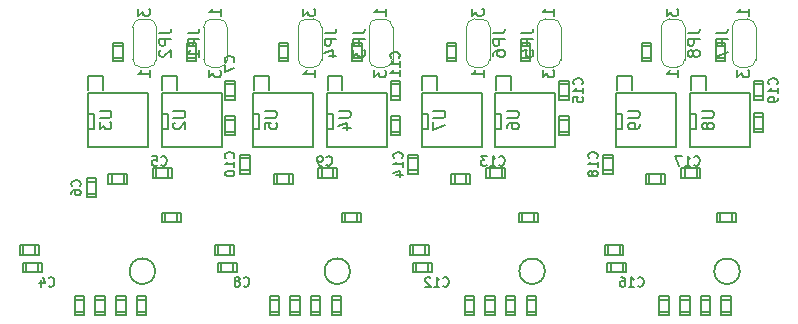
<source format=gbo>
G04 #@! TF.GenerationSoftware,KiCad,Pcbnew,(5.1.5)-3*
G04 #@! TF.CreationDate,2020-02-01T18:29:59+01:00*
G04 #@! TF.ProjectId,5i25Breakout,35693235-4272-4656-916b-6f75742e6b69,rev?*
G04 #@! TF.SameCoordinates,PXe4e1c0PY93d1cc0*
G04 #@! TF.FileFunction,Legend,Bot*
G04 #@! TF.FilePolarity,Positive*
%FSLAX46Y46*%
G04 Gerber Fmt 4.6, Leading zero omitted, Abs format (unit mm)*
G04 Created by KiCad (PCBNEW (5.1.5)-3) date 2020-02-01 18:29:59*
%MOMM*%
%LPD*%
G04 APERTURE LIST*
%ADD10C,0.120000*%
%ADD11C,0.150000*%
%ADD12C,0.200000*%
G04 APERTURE END LIST*
D10*
X49300000Y24200000D02*
G75*
G03X50000000Y24900000I0J700000D01*
G01*
X48000000Y24900000D02*
G75*
G03X48700000Y24200000I700000J0D01*
G01*
X48700000Y28300000D02*
G75*
G03X48000000Y27600000I0J-700000D01*
G01*
X50000000Y27600000D02*
G75*
G03X49300000Y28300000I-700000J0D01*
G01*
X50000000Y24850000D02*
X50000000Y27650000D01*
X49300000Y28300000D02*
X48700000Y28300000D01*
X48000000Y27650000D02*
X48000000Y24850000D01*
X48700000Y24200000D02*
X49300000Y24200000D01*
D11*
X21652091Y6940000D02*
G75*
G03X21652091Y6940000I-1082091J0D01*
G01*
X38152091Y6940000D02*
G75*
G03X38152091Y6940000I-1082091J0D01*
G01*
X71152091Y6940000D02*
G75*
G03X71152091Y6940000I-1082091J0D01*
G01*
D10*
X65800000Y24200000D02*
G75*
G03X66500000Y24900000I0J700000D01*
G01*
X64500000Y24900000D02*
G75*
G03X65200000Y24200000I700000J0D01*
G01*
X65200000Y28300000D02*
G75*
G03X64500000Y27600000I0J-700000D01*
G01*
X66500000Y27600000D02*
G75*
G03X65800000Y28300000I-700000J0D01*
G01*
X66500000Y24850000D02*
X66500000Y27650000D01*
X65800000Y28300000D02*
X65200000Y28300000D01*
X64500000Y27650000D02*
X64500000Y24850000D01*
X65200000Y24200000D02*
X65800000Y24200000D01*
X71200000Y28300000D02*
G75*
G03X70500000Y27600000I0J-700000D01*
G01*
X72500000Y27600000D02*
G75*
G03X71800000Y28300000I-700000J0D01*
G01*
X71800000Y24200000D02*
G75*
G03X72500000Y24900000I0J700000D01*
G01*
X70500000Y24900000D02*
G75*
G03X71200000Y24200000I700000J0D01*
G01*
X70500000Y27650000D02*
X70500000Y24850000D01*
X71200000Y24200000D02*
X71800000Y24200000D01*
X72500000Y24850000D02*
X72500000Y27650000D01*
X71800000Y28300000D02*
X71200000Y28300000D01*
X54700000Y28300000D02*
G75*
G03X54000000Y27600000I0J-700000D01*
G01*
X56000000Y27600000D02*
G75*
G03X55300000Y28300000I-700000J0D01*
G01*
X55300000Y24200000D02*
G75*
G03X56000000Y24900000I0J700000D01*
G01*
X54000000Y24900000D02*
G75*
G03X54700000Y24200000I700000J0D01*
G01*
X54000000Y27650000D02*
X54000000Y24850000D01*
X54700000Y24200000D02*
X55300000Y24200000D01*
X56000000Y24850000D02*
X56000000Y27650000D01*
X55300000Y28300000D02*
X54700000Y28300000D01*
X35050000Y24200000D02*
G75*
G03X35750000Y24900000I0J700000D01*
G01*
X33750000Y24900000D02*
G75*
G03X34450000Y24200000I700000J0D01*
G01*
X34450000Y28300000D02*
G75*
G03X33750000Y27600000I0J-700000D01*
G01*
X35750000Y27600000D02*
G75*
G03X35050000Y28300000I-700000J0D01*
G01*
X35750000Y24850000D02*
X35750000Y27650000D01*
X35050000Y28300000D02*
X34450000Y28300000D01*
X33750000Y27650000D02*
X33750000Y24850000D01*
X34450000Y24200000D02*
X35050000Y24200000D01*
X40450000Y28300000D02*
G75*
G03X39750000Y27600000I0J-700000D01*
G01*
X41750000Y27600000D02*
G75*
G03X41050000Y28300000I-700000J0D01*
G01*
X41050000Y24200000D02*
G75*
G03X41750000Y24900000I0J700000D01*
G01*
X39750000Y24900000D02*
G75*
G03X40450000Y24200000I700000J0D01*
G01*
X39750000Y27650000D02*
X39750000Y24850000D01*
X40450000Y24200000D02*
X41050000Y24200000D01*
X41750000Y24850000D02*
X41750000Y27650000D01*
X41050000Y28300000D02*
X40450000Y28300000D01*
X21050000Y24200000D02*
G75*
G03X21750000Y24900000I0J700000D01*
G01*
X19750000Y24900000D02*
G75*
G03X20450000Y24200000I700000J0D01*
G01*
X20450000Y28300000D02*
G75*
G03X19750000Y27600000I0J-700000D01*
G01*
X21750000Y27600000D02*
G75*
G03X21050000Y28300000I-700000J0D01*
G01*
X21750000Y24850000D02*
X21750000Y27650000D01*
X21050000Y28300000D02*
X20450000Y28300000D01*
X19750000Y27650000D02*
X19750000Y24850000D01*
X20450000Y24200000D02*
X21050000Y24200000D01*
X26450000Y28300000D02*
G75*
G03X25750000Y27600000I0J-700000D01*
G01*
X27750000Y27600000D02*
G75*
G03X27050000Y28300000I-700000J0D01*
G01*
X27050000Y24200000D02*
G75*
G03X27750000Y24900000I0J700000D01*
G01*
X25750000Y24900000D02*
G75*
G03X26450000Y24200000I700000J0D01*
G01*
X25750000Y27650000D02*
X25750000Y24850000D01*
X26450000Y24200000D02*
X27050000Y24200000D01*
X27750000Y24850000D02*
X27750000Y27650000D01*
X27050000Y28300000D02*
X26450000Y28300000D01*
D11*
X44718000Y20258000D02*
X44210000Y20258000D01*
X44718000Y18988000D02*
X44718000Y20258000D01*
X44210000Y18988000D02*
X44718000Y18988000D01*
X44210000Y22036000D02*
X44210000Y17464000D01*
X49290000Y22036000D02*
X44210000Y22036000D01*
X49290000Y17464000D02*
X49290000Y22036000D01*
X44210000Y17464000D02*
X49290000Y17464000D01*
X44250000Y23500000D02*
X44250000Y22250000D01*
X45500000Y22250000D02*
X45500000Y23500000D01*
X45500000Y23500000D02*
X44250000Y23500000D01*
X50968000Y20258000D02*
X50460000Y20258000D01*
X50968000Y18988000D02*
X50968000Y20258000D01*
X50460000Y18988000D02*
X50968000Y18988000D01*
X50460000Y22036000D02*
X50460000Y17464000D01*
X55540000Y22036000D02*
X50460000Y22036000D01*
X55540000Y17464000D02*
X55540000Y22036000D01*
X50460000Y17464000D02*
X55540000Y17464000D01*
X50500000Y23500000D02*
X50500000Y22250000D01*
X51750000Y22250000D02*
X51750000Y23500000D01*
X51750000Y23500000D02*
X50500000Y23500000D01*
X47150000Y26000000D02*
X46350000Y26000000D01*
X47150000Y25000000D02*
X46350000Y25000000D01*
X47150000Y26300000D02*
X47150000Y24700000D01*
X46350000Y26300000D02*
X47150000Y26300000D01*
X46350000Y24700000D02*
X46350000Y26300000D01*
X47150000Y24700000D02*
X46350000Y24700000D01*
X53400000Y26000000D02*
X52600000Y26000000D01*
X53400000Y25000000D02*
X52600000Y25000000D01*
X53400000Y26300000D02*
X53400000Y24700000D01*
X52600000Y26300000D02*
X53400000Y26300000D01*
X52600000Y24700000D02*
X52600000Y26300000D01*
X53400000Y24700000D02*
X52600000Y24700000D01*
X47850000Y3500000D02*
X48650000Y3500000D01*
X47850000Y4500000D02*
X48650000Y4500000D01*
X47850000Y3200000D02*
X47850000Y4800000D01*
X48650000Y3200000D02*
X47850000Y3200000D01*
X48650000Y4800000D02*
X48650000Y3200000D01*
X47850000Y4800000D02*
X48650000Y4800000D01*
X47000000Y15150000D02*
X47000000Y14350000D01*
X48000000Y15150000D02*
X48000000Y14350000D01*
X46700000Y15150000D02*
X48300000Y15150000D01*
X46700000Y14350000D02*
X46700000Y15150000D01*
X48300000Y14350000D02*
X46700000Y14350000D01*
X48300000Y15150000D02*
X48300000Y14350000D01*
X50400000Y4500000D02*
X49600000Y4500000D01*
X50400000Y3500000D02*
X49600000Y3500000D01*
X50400000Y4800000D02*
X50400000Y3200000D01*
X49600000Y4800000D02*
X50400000Y4800000D01*
X49600000Y3200000D02*
X49600000Y4800000D01*
X50400000Y3200000D02*
X49600000Y3200000D01*
X51350000Y3500000D02*
X52150000Y3500000D01*
X51350000Y4500000D02*
X52150000Y4500000D01*
X51350000Y3200000D02*
X51350000Y4800000D01*
X52150000Y3200000D02*
X51350000Y3200000D01*
X52150000Y4800000D02*
X52150000Y3200000D01*
X51350000Y4800000D02*
X52150000Y4800000D01*
X52750000Y11900000D02*
X52750000Y11100000D01*
X53750000Y11900000D02*
X53750000Y11100000D01*
X52450000Y11900000D02*
X54050000Y11900000D01*
X52450000Y11100000D02*
X52450000Y11900000D01*
X54050000Y11100000D02*
X52450000Y11100000D01*
X54050000Y11900000D02*
X54050000Y11100000D01*
X53900000Y4500000D02*
X53100000Y4500000D01*
X53900000Y3500000D02*
X53100000Y3500000D01*
X53900000Y4800000D02*
X53900000Y3200000D01*
X53100000Y4800000D02*
X53900000Y4800000D01*
X53100000Y3200000D02*
X53100000Y4800000D01*
X53900000Y3200000D02*
X53100000Y3200000D01*
X44500000Y8350000D02*
X44500000Y9150000D01*
X43500000Y8350000D02*
X43500000Y9150000D01*
X44800000Y8350000D02*
X43200000Y8350000D01*
X44800000Y9150000D02*
X44800000Y8350000D01*
X43200000Y9150000D02*
X44800000Y9150000D01*
X43200000Y8350000D02*
X43200000Y9150000D01*
X56650000Y19750000D02*
X55850000Y19750000D01*
X56650000Y18750000D02*
X55850000Y18750000D01*
X56650000Y20050000D02*
X56650000Y18450000D01*
X55850000Y20050000D02*
X56650000Y20050000D01*
X55850000Y18450000D02*
X55850000Y20050000D01*
X56650000Y18450000D02*
X55850000Y18450000D01*
X54652091Y6940000D02*
G75*
G03X54652091Y6940000I-1082091J0D01*
G01*
X56650000Y22750000D02*
X55850000Y22750000D01*
X56650000Y21750000D02*
X55850000Y21750000D01*
X56650000Y23050000D02*
X56650000Y21450000D01*
X55850000Y23050000D02*
X56650000Y23050000D01*
X55850000Y21450000D02*
X55850000Y23050000D01*
X56650000Y21450000D02*
X55850000Y21450000D01*
X43100000Y15500000D02*
X43900000Y15500000D01*
X43100000Y16500000D02*
X43900000Y16500000D01*
X43100000Y15200000D02*
X43100000Y16800000D01*
X43900000Y15200000D02*
X43100000Y15200000D01*
X43900000Y16800000D02*
X43900000Y15200000D01*
X43100000Y16800000D02*
X43900000Y16800000D01*
X50000000Y15650000D02*
X50000000Y14850000D01*
X51000000Y15650000D02*
X51000000Y14850000D01*
X49700000Y15650000D02*
X51300000Y15650000D01*
X49700000Y14850000D02*
X49700000Y15650000D01*
X51300000Y14850000D02*
X49700000Y14850000D01*
X51300000Y15650000D02*
X51300000Y14850000D01*
X44750000Y6850000D02*
X44750000Y7650000D01*
X43750000Y6850000D02*
X43750000Y7650000D01*
X45050000Y6850000D02*
X43450000Y6850000D01*
X45050000Y7650000D02*
X45050000Y6850000D01*
X43450000Y7650000D02*
X45050000Y7650000D01*
X43450000Y6850000D02*
X43450000Y7650000D01*
X30468000Y20258000D02*
X29960000Y20258000D01*
X30468000Y18988000D02*
X30468000Y20258000D01*
X29960000Y18988000D02*
X30468000Y18988000D01*
X29960000Y22036000D02*
X29960000Y17464000D01*
X35040000Y22036000D02*
X29960000Y22036000D01*
X35040000Y17464000D02*
X35040000Y22036000D01*
X29960000Y17464000D02*
X35040000Y17464000D01*
X30000000Y23500000D02*
X30000000Y22250000D01*
X31250000Y22250000D02*
X31250000Y23500000D01*
X31250000Y23500000D02*
X30000000Y23500000D01*
X36718000Y20258000D02*
X36210000Y20258000D01*
X36718000Y18988000D02*
X36718000Y20258000D01*
X36210000Y18988000D02*
X36718000Y18988000D01*
X36210000Y22036000D02*
X36210000Y17464000D01*
X41290000Y22036000D02*
X36210000Y22036000D01*
X41290000Y17464000D02*
X41290000Y22036000D01*
X36210000Y17464000D02*
X41290000Y17464000D01*
X36250000Y23500000D02*
X36250000Y22250000D01*
X37500000Y22250000D02*
X37500000Y23500000D01*
X37500000Y23500000D02*
X36250000Y23500000D01*
X32900000Y26000000D02*
X32100000Y26000000D01*
X32900000Y25000000D02*
X32100000Y25000000D01*
X32900000Y26300000D02*
X32900000Y24700000D01*
X32100000Y26300000D02*
X32900000Y26300000D01*
X32100000Y24700000D02*
X32100000Y26300000D01*
X32900000Y24700000D02*
X32100000Y24700000D01*
X39150000Y26000000D02*
X38350000Y26000000D01*
X39150000Y25000000D02*
X38350000Y25000000D01*
X39150000Y26300000D02*
X39150000Y24700000D01*
X38350000Y26300000D02*
X39150000Y26300000D01*
X38350000Y24700000D02*
X38350000Y26300000D01*
X39150000Y24700000D02*
X38350000Y24700000D01*
X31350000Y3500000D02*
X32150000Y3500000D01*
X31350000Y4500000D02*
X32150000Y4500000D01*
X31350000Y3200000D02*
X31350000Y4800000D01*
X32150000Y3200000D02*
X31350000Y3200000D01*
X32150000Y4800000D02*
X32150000Y3200000D01*
X31350000Y4800000D02*
X32150000Y4800000D01*
X32000000Y15150000D02*
X32000000Y14350000D01*
X33000000Y15150000D02*
X33000000Y14350000D01*
X31700000Y15150000D02*
X33300000Y15150000D01*
X31700000Y14350000D02*
X31700000Y15150000D01*
X33300000Y14350000D02*
X31700000Y14350000D01*
X33300000Y15150000D02*
X33300000Y14350000D01*
X33900000Y4500000D02*
X33100000Y4500000D01*
X33900000Y3500000D02*
X33100000Y3500000D01*
X33900000Y4800000D02*
X33900000Y3200000D01*
X33100000Y4800000D02*
X33900000Y4800000D01*
X33100000Y3200000D02*
X33100000Y4800000D01*
X33900000Y3200000D02*
X33100000Y3200000D01*
X34850000Y3500000D02*
X35650000Y3500000D01*
X34850000Y4500000D02*
X35650000Y4500000D01*
X34850000Y3200000D02*
X34850000Y4800000D01*
X35650000Y3200000D02*
X34850000Y3200000D01*
X35650000Y4800000D02*
X35650000Y3200000D01*
X34850000Y4800000D02*
X35650000Y4800000D01*
X37750000Y11900000D02*
X37750000Y11100000D01*
X38750000Y11900000D02*
X38750000Y11100000D01*
X37450000Y11900000D02*
X39050000Y11900000D01*
X37450000Y11100000D02*
X37450000Y11900000D01*
X39050000Y11100000D02*
X37450000Y11100000D01*
X39050000Y11900000D02*
X39050000Y11100000D01*
X37400000Y4500000D02*
X36600000Y4500000D01*
X37400000Y3500000D02*
X36600000Y3500000D01*
X37400000Y4800000D02*
X37400000Y3200000D01*
X36600000Y4800000D02*
X37400000Y4800000D01*
X36600000Y3200000D02*
X36600000Y4800000D01*
X37400000Y3200000D02*
X36600000Y3200000D01*
X28000000Y8350000D02*
X28000000Y9150000D01*
X27000000Y8350000D02*
X27000000Y9150000D01*
X28300000Y8350000D02*
X26700000Y8350000D01*
X28300000Y9150000D02*
X28300000Y8350000D01*
X26700000Y9150000D02*
X28300000Y9150000D01*
X26700000Y8350000D02*
X26700000Y9150000D01*
X42400000Y19750000D02*
X41600000Y19750000D01*
X42400000Y18750000D02*
X41600000Y18750000D01*
X42400000Y20050000D02*
X42400000Y18450000D01*
X41600000Y20050000D02*
X42400000Y20050000D01*
X41600000Y18450000D02*
X41600000Y20050000D01*
X42400000Y18450000D02*
X41600000Y18450000D01*
X42400000Y22750000D02*
X41600000Y22750000D01*
X42400000Y21750000D02*
X41600000Y21750000D01*
X42400000Y23050000D02*
X42400000Y21450000D01*
X41600000Y23050000D02*
X42400000Y23050000D01*
X41600000Y21450000D02*
X41600000Y23050000D01*
X42400000Y21450000D02*
X41600000Y21450000D01*
X28850000Y15500000D02*
X29650000Y15500000D01*
X28850000Y16500000D02*
X29650000Y16500000D01*
X28850000Y15200000D02*
X28850000Y16800000D01*
X29650000Y15200000D02*
X28850000Y15200000D01*
X29650000Y16800000D02*
X29650000Y15200000D01*
X28850000Y16800000D02*
X29650000Y16800000D01*
X35750000Y15650000D02*
X35750000Y14850000D01*
X36750000Y15650000D02*
X36750000Y14850000D01*
X35450000Y15650000D02*
X37050000Y15650000D01*
X35450000Y14850000D02*
X35450000Y15650000D01*
X37050000Y14850000D02*
X35450000Y14850000D01*
X37050000Y15650000D02*
X37050000Y14850000D01*
X28250000Y6850000D02*
X28250000Y7650000D01*
X27250000Y6850000D02*
X27250000Y7650000D01*
X28550000Y6850000D02*
X26950000Y6850000D01*
X28550000Y7650000D02*
X28550000Y6850000D01*
X26950000Y7650000D02*
X28550000Y7650000D01*
X26950000Y6850000D02*
X26950000Y7650000D01*
X28400000Y19750000D02*
X27600000Y19750000D01*
X28400000Y18750000D02*
X27600000Y18750000D01*
X28400000Y20050000D02*
X28400000Y18450000D01*
X27600000Y20050000D02*
X28400000Y20050000D01*
X27600000Y18450000D02*
X27600000Y20050000D01*
X28400000Y18450000D02*
X27600000Y18450000D01*
X22500000Y11900000D02*
X22500000Y11100000D01*
X23500000Y11900000D02*
X23500000Y11100000D01*
X22200000Y11900000D02*
X23800000Y11900000D01*
X22200000Y11100000D02*
X22200000Y11900000D01*
X23800000Y11100000D02*
X22200000Y11100000D01*
X23800000Y11900000D02*
X23800000Y11100000D01*
X11750000Y6850000D02*
X11750000Y7650000D01*
X10750000Y6850000D02*
X10750000Y7650000D01*
X12050000Y6850000D02*
X10450000Y6850000D01*
X12050000Y7650000D02*
X12050000Y6850000D01*
X10450000Y7650000D02*
X12050000Y7650000D01*
X10450000Y6850000D02*
X10450000Y7650000D01*
X21750000Y15650000D02*
X21750000Y14850000D01*
X22750000Y15650000D02*
X22750000Y14850000D01*
X21450000Y15650000D02*
X23050000Y15650000D01*
X21450000Y14850000D02*
X21450000Y15650000D01*
X23050000Y14850000D02*
X21450000Y14850000D01*
X23050000Y15650000D02*
X23050000Y14850000D01*
X15850000Y13500000D02*
X16650000Y13500000D01*
X15850000Y14500000D02*
X16650000Y14500000D01*
X15850000Y13200000D02*
X15850000Y14800000D01*
X16650000Y13200000D02*
X15850000Y13200000D01*
X16650000Y14800000D02*
X16650000Y13200000D01*
X15850000Y14800000D02*
X16650000Y14800000D01*
X28400000Y22750000D02*
X27600000Y22750000D01*
X28400000Y21750000D02*
X27600000Y21750000D01*
X28400000Y23050000D02*
X28400000Y21450000D01*
X27600000Y23050000D02*
X28400000Y23050000D01*
X27600000Y21450000D02*
X27600000Y23050000D01*
X28400000Y21450000D02*
X27600000Y21450000D01*
X11500000Y8350000D02*
X11500000Y9150000D01*
X10500000Y8350000D02*
X10500000Y9150000D01*
X11800000Y8350000D02*
X10200000Y8350000D01*
X11800000Y9150000D02*
X11800000Y8350000D01*
X10200000Y9150000D02*
X11800000Y9150000D01*
X10200000Y8350000D02*
X10200000Y9150000D01*
X20900000Y4500000D02*
X20100000Y4500000D01*
X20900000Y3500000D02*
X20100000Y3500000D01*
X20900000Y4800000D02*
X20900000Y3200000D01*
X20100000Y4800000D02*
X20900000Y4800000D01*
X20100000Y3200000D02*
X20100000Y4800000D01*
X20900000Y3200000D02*
X20100000Y3200000D01*
X18350000Y3500000D02*
X19150000Y3500000D01*
X18350000Y4500000D02*
X19150000Y4500000D01*
X18350000Y3200000D02*
X18350000Y4800000D01*
X19150000Y3200000D02*
X18350000Y3200000D01*
X19150000Y4800000D02*
X19150000Y3200000D01*
X18350000Y4800000D02*
X19150000Y4800000D01*
X17400000Y4500000D02*
X16600000Y4500000D01*
X17400000Y3500000D02*
X16600000Y3500000D01*
X17400000Y4800000D02*
X17400000Y3200000D01*
X16600000Y4800000D02*
X17400000Y4800000D01*
X16600000Y3200000D02*
X16600000Y4800000D01*
X17400000Y3200000D02*
X16600000Y3200000D01*
X18000000Y15150000D02*
X18000000Y14350000D01*
X19000000Y15150000D02*
X19000000Y14350000D01*
X17700000Y15150000D02*
X19300000Y15150000D01*
X17700000Y14350000D02*
X17700000Y15150000D01*
X19300000Y14350000D02*
X17700000Y14350000D01*
X19300000Y15150000D02*
X19300000Y14350000D01*
X14850000Y3500000D02*
X15650000Y3500000D01*
X14850000Y4500000D02*
X15650000Y4500000D01*
X14850000Y3200000D02*
X14850000Y4800000D01*
X15650000Y3200000D02*
X14850000Y3200000D01*
X15650000Y4800000D02*
X15650000Y3200000D01*
X14850000Y4800000D02*
X15650000Y4800000D01*
X25150000Y26000000D02*
X24350000Y26000000D01*
X25150000Y25000000D02*
X24350000Y25000000D01*
X25150000Y26300000D02*
X25150000Y24700000D01*
X24350000Y26300000D02*
X25150000Y26300000D01*
X24350000Y24700000D02*
X24350000Y26300000D01*
X25150000Y24700000D02*
X24350000Y24700000D01*
X18900000Y26000000D02*
X18100000Y26000000D01*
X18900000Y25000000D02*
X18100000Y25000000D01*
X18900000Y26300000D02*
X18900000Y24700000D01*
X18100000Y26300000D02*
X18900000Y26300000D01*
X18100000Y24700000D02*
X18100000Y26300000D01*
X18900000Y24700000D02*
X18100000Y24700000D01*
X22718000Y20258000D02*
X22210000Y20258000D01*
X22718000Y18988000D02*
X22718000Y20258000D01*
X22210000Y18988000D02*
X22718000Y18988000D01*
X22210000Y22036000D02*
X22210000Y17464000D01*
X27290000Y22036000D02*
X22210000Y22036000D01*
X27290000Y17464000D02*
X27290000Y22036000D01*
X22210000Y17464000D02*
X27290000Y17464000D01*
X22250000Y23500000D02*
X22250000Y22250000D01*
X23500000Y22250000D02*
X23500000Y23500000D01*
X23500000Y23500000D02*
X22250000Y23500000D01*
X16468000Y20258000D02*
X15960000Y20258000D01*
X16468000Y18988000D02*
X16468000Y20258000D01*
X15960000Y18988000D02*
X16468000Y18988000D01*
X15960000Y22036000D02*
X15960000Y17464000D01*
X21040000Y22036000D02*
X15960000Y22036000D01*
X21040000Y17464000D02*
X21040000Y22036000D01*
X15960000Y17464000D02*
X21040000Y17464000D01*
X16000000Y23500000D02*
X16000000Y22250000D01*
X17250000Y22250000D02*
X17250000Y23500000D01*
X17250000Y23500000D02*
X16000000Y23500000D01*
X61250000Y6850000D02*
X61250000Y7650000D01*
X60250000Y6850000D02*
X60250000Y7650000D01*
X61550000Y6850000D02*
X59950000Y6850000D01*
X61550000Y7650000D02*
X61550000Y6850000D01*
X59950000Y7650000D02*
X61550000Y7650000D01*
X59950000Y6850000D02*
X59950000Y7650000D01*
X66500000Y15650000D02*
X66500000Y14850000D01*
X67500000Y15650000D02*
X67500000Y14850000D01*
X66200000Y15650000D02*
X67800000Y15650000D01*
X66200000Y14850000D02*
X66200000Y15650000D01*
X67800000Y14850000D02*
X66200000Y14850000D01*
X67800000Y15650000D02*
X67800000Y14850000D01*
X59600000Y15500000D02*
X60400000Y15500000D01*
X59600000Y16500000D02*
X60400000Y16500000D01*
X59600000Y15200000D02*
X59600000Y16800000D01*
X60400000Y15200000D02*
X59600000Y15200000D01*
X60400000Y16800000D02*
X60400000Y15200000D01*
X59600000Y16800000D02*
X60400000Y16800000D01*
X73150000Y22750000D02*
X72350000Y22750000D01*
X73150000Y21750000D02*
X72350000Y21750000D01*
X73150000Y23050000D02*
X73150000Y21450000D01*
X72350000Y23050000D02*
X73150000Y23050000D01*
X72350000Y21450000D02*
X72350000Y23050000D01*
X73150000Y21450000D02*
X72350000Y21450000D01*
X73150000Y20000000D02*
X72350000Y20000000D01*
X73150000Y19000000D02*
X72350000Y19000000D01*
X73150000Y20300000D02*
X73150000Y18700000D01*
X72350000Y20300000D02*
X73150000Y20300000D01*
X72350000Y18700000D02*
X72350000Y20300000D01*
X73150000Y18700000D02*
X72350000Y18700000D01*
X61000000Y8350000D02*
X61000000Y9150000D01*
X60000000Y8350000D02*
X60000000Y9150000D01*
X61300000Y8350000D02*
X59700000Y8350000D01*
X61300000Y9150000D02*
X61300000Y8350000D01*
X59700000Y9150000D02*
X61300000Y9150000D01*
X59700000Y8350000D02*
X59700000Y9150000D01*
X70400000Y4500000D02*
X69600000Y4500000D01*
X70400000Y3500000D02*
X69600000Y3500000D01*
X70400000Y4800000D02*
X70400000Y3200000D01*
X69600000Y4800000D02*
X70400000Y4800000D01*
X69600000Y3200000D02*
X69600000Y4800000D01*
X70400000Y3200000D02*
X69600000Y3200000D01*
X69500000Y11900000D02*
X69500000Y11100000D01*
X70500000Y11900000D02*
X70500000Y11100000D01*
X69200000Y11900000D02*
X70800000Y11900000D01*
X69200000Y11100000D02*
X69200000Y11900000D01*
X70800000Y11100000D02*
X69200000Y11100000D01*
X70800000Y11900000D02*
X70800000Y11100000D01*
X67850000Y3500000D02*
X68650000Y3500000D01*
X67850000Y4500000D02*
X68650000Y4500000D01*
X67850000Y3200000D02*
X67850000Y4800000D01*
X68650000Y3200000D02*
X67850000Y3200000D01*
X68650000Y4800000D02*
X68650000Y3200000D01*
X67850000Y4800000D02*
X68650000Y4800000D01*
X66900000Y4500000D02*
X66100000Y4500000D01*
X66900000Y3500000D02*
X66100000Y3500000D01*
X66900000Y4800000D02*
X66900000Y3200000D01*
X66100000Y4800000D02*
X66900000Y4800000D01*
X66100000Y3200000D02*
X66100000Y4800000D01*
X66900000Y3200000D02*
X66100000Y3200000D01*
X63500000Y15150000D02*
X63500000Y14350000D01*
X64500000Y15150000D02*
X64500000Y14350000D01*
X63200000Y15150000D02*
X64800000Y15150000D01*
X63200000Y14350000D02*
X63200000Y15150000D01*
X64800000Y14350000D02*
X63200000Y14350000D01*
X64800000Y15150000D02*
X64800000Y14350000D01*
X64350000Y3500000D02*
X65150000Y3500000D01*
X64350000Y4500000D02*
X65150000Y4500000D01*
X64350000Y3200000D02*
X64350000Y4800000D01*
X65150000Y3200000D02*
X64350000Y3200000D01*
X65150000Y4800000D02*
X65150000Y3200000D01*
X64350000Y4800000D02*
X65150000Y4800000D01*
X69900000Y26000000D02*
X69100000Y26000000D01*
X69900000Y25000000D02*
X69100000Y25000000D01*
X69900000Y26300000D02*
X69900000Y24700000D01*
X69100000Y26300000D02*
X69900000Y26300000D01*
X69100000Y24700000D02*
X69100000Y26300000D01*
X69900000Y24700000D02*
X69100000Y24700000D01*
X63650000Y26000000D02*
X62850000Y26000000D01*
X63650000Y25000000D02*
X62850000Y25000000D01*
X63650000Y26300000D02*
X63650000Y24700000D01*
X62850000Y26300000D02*
X63650000Y26300000D01*
X62850000Y24700000D02*
X62850000Y26300000D01*
X63650000Y24700000D02*
X62850000Y24700000D01*
X67468000Y20258000D02*
X66960000Y20258000D01*
X67468000Y18988000D02*
X67468000Y20258000D01*
X66960000Y18988000D02*
X67468000Y18988000D01*
X66960000Y22036000D02*
X66960000Y17464000D01*
X72040000Y22036000D02*
X66960000Y22036000D01*
X72040000Y17464000D02*
X72040000Y22036000D01*
X66960000Y17464000D02*
X72040000Y17464000D01*
X67000000Y23500000D02*
X67000000Y22250000D01*
X68250000Y22250000D02*
X68250000Y23500000D01*
X68250000Y23500000D02*
X67000000Y23500000D01*
X61218000Y20258000D02*
X60710000Y20258000D01*
X61218000Y18988000D02*
X61218000Y20258000D01*
X60710000Y18988000D02*
X61218000Y18988000D01*
X60710000Y22036000D02*
X60710000Y17464000D01*
X65790000Y22036000D02*
X60710000Y22036000D01*
X65790000Y17464000D02*
X65790000Y22036000D01*
X60710000Y17464000D02*
X65790000Y17464000D01*
X60750000Y23500000D02*
X60750000Y22250000D01*
X62000000Y22250000D02*
X62000000Y23500000D01*
X62000000Y23500000D02*
X60750000Y23500000D01*
X50252380Y27083334D02*
X50966666Y27083334D01*
X51109523Y27130953D01*
X51204761Y27226191D01*
X51252380Y27369048D01*
X51252380Y27464286D01*
X51252380Y26607143D02*
X50252380Y26607143D01*
X50252380Y26226191D01*
X50300000Y26130953D01*
X50347619Y26083334D01*
X50442857Y26035715D01*
X50585714Y26035715D01*
X50680952Y26083334D01*
X50728571Y26130953D01*
X50776190Y26226191D01*
X50776190Y26607143D01*
X50252380Y25178572D02*
X50252380Y25369048D01*
X50300000Y25464286D01*
X50347619Y25511905D01*
X50490476Y25607143D01*
X50680952Y25654762D01*
X51061904Y25654762D01*
X51157142Y25607143D01*
X51204761Y25559524D01*
X51252380Y25464286D01*
X51252380Y25273810D01*
X51204761Y25178572D01*
X51157142Y25130953D01*
X51061904Y25083334D01*
X50823809Y25083334D01*
X50728571Y25130953D01*
X50680952Y25178572D01*
X50633333Y25273810D01*
X50633333Y25464286D01*
X50680952Y25559524D01*
X50728571Y25607143D01*
X50823809Y25654762D01*
X49452380Y23364286D02*
X49452380Y23935715D01*
X49452380Y23650000D02*
X48452380Y23650000D01*
X48595238Y23745239D01*
X48690476Y23840477D01*
X48738095Y23935715D01*
X48452380Y29183334D02*
X48452380Y28564286D01*
X48833333Y28897620D01*
X48833333Y28754762D01*
X48880952Y28659524D01*
X48928571Y28611905D01*
X49023809Y28564286D01*
X49261904Y28564286D01*
X49357142Y28611905D01*
X49404761Y28659524D01*
X49452380Y28754762D01*
X49452380Y29040477D01*
X49404761Y29135715D01*
X49357142Y29183334D01*
X66752380Y27083334D02*
X67466666Y27083334D01*
X67609523Y27130953D01*
X67704761Y27226191D01*
X67752380Y27369048D01*
X67752380Y27464286D01*
X67752380Y26607143D02*
X66752380Y26607143D01*
X66752380Y26226191D01*
X66800000Y26130953D01*
X66847619Y26083334D01*
X66942857Y26035715D01*
X67085714Y26035715D01*
X67180952Y26083334D01*
X67228571Y26130953D01*
X67276190Y26226191D01*
X67276190Y26607143D01*
X67180952Y25464286D02*
X67133333Y25559524D01*
X67085714Y25607143D01*
X66990476Y25654762D01*
X66942857Y25654762D01*
X66847619Y25607143D01*
X66800000Y25559524D01*
X66752380Y25464286D01*
X66752380Y25273810D01*
X66800000Y25178572D01*
X66847619Y25130953D01*
X66942857Y25083334D01*
X66990476Y25083334D01*
X67085714Y25130953D01*
X67133333Y25178572D01*
X67180952Y25273810D01*
X67180952Y25464286D01*
X67228571Y25559524D01*
X67276190Y25607143D01*
X67371428Y25654762D01*
X67561904Y25654762D01*
X67657142Y25607143D01*
X67704761Y25559524D01*
X67752380Y25464286D01*
X67752380Y25273810D01*
X67704761Y25178572D01*
X67657142Y25130953D01*
X67561904Y25083334D01*
X67371428Y25083334D01*
X67276190Y25130953D01*
X67228571Y25178572D01*
X67180952Y25273810D01*
X65952380Y23364286D02*
X65952380Y23935715D01*
X65952380Y23650000D02*
X64952380Y23650000D01*
X65095238Y23745239D01*
X65190476Y23840477D01*
X65238095Y23935715D01*
X64952380Y29183334D02*
X64952380Y28564286D01*
X65333333Y28897620D01*
X65333333Y28754762D01*
X65380952Y28659524D01*
X65428571Y28611905D01*
X65523809Y28564286D01*
X65761904Y28564286D01*
X65857142Y28611905D01*
X65904761Y28659524D01*
X65952380Y28754762D01*
X65952380Y29040477D01*
X65904761Y29135715D01*
X65857142Y29183334D01*
X69152380Y27083334D02*
X69866666Y27083334D01*
X70009523Y27130953D01*
X70104761Y27226191D01*
X70152380Y27369048D01*
X70152380Y27464286D01*
X70152380Y26607143D02*
X69152380Y26607143D01*
X69152380Y26226191D01*
X69200000Y26130953D01*
X69247619Y26083334D01*
X69342857Y26035715D01*
X69485714Y26035715D01*
X69580952Y26083334D01*
X69628571Y26130953D01*
X69676190Y26226191D01*
X69676190Y26607143D01*
X69152380Y25702381D02*
X69152380Y25035715D01*
X70152380Y25464286D01*
X71952380Y28564286D02*
X71952380Y29135715D01*
X71952380Y28850000D02*
X70952380Y28850000D01*
X71095238Y28945239D01*
X71190476Y29040477D01*
X71238095Y29135715D01*
X70952380Y23983334D02*
X70952380Y23364286D01*
X71333333Y23697620D01*
X71333333Y23554762D01*
X71380952Y23459524D01*
X71428571Y23411905D01*
X71523809Y23364286D01*
X71761904Y23364286D01*
X71857142Y23411905D01*
X71904761Y23459524D01*
X71952380Y23554762D01*
X71952380Y23840477D01*
X71904761Y23935715D01*
X71857142Y23983334D01*
X52652380Y27083334D02*
X53366666Y27083334D01*
X53509523Y27130953D01*
X53604761Y27226191D01*
X53652380Y27369048D01*
X53652380Y27464286D01*
X53652380Y26607143D02*
X52652380Y26607143D01*
X52652380Y26226191D01*
X52700000Y26130953D01*
X52747619Y26083334D01*
X52842857Y26035715D01*
X52985714Y26035715D01*
X53080952Y26083334D01*
X53128571Y26130953D01*
X53176190Y26226191D01*
X53176190Y26607143D01*
X52652380Y25130953D02*
X52652380Y25607143D01*
X53128571Y25654762D01*
X53080952Y25607143D01*
X53033333Y25511905D01*
X53033333Y25273810D01*
X53080952Y25178572D01*
X53128571Y25130953D01*
X53223809Y25083334D01*
X53461904Y25083334D01*
X53557142Y25130953D01*
X53604761Y25178572D01*
X53652380Y25273810D01*
X53652380Y25511905D01*
X53604761Y25607143D01*
X53557142Y25654762D01*
X55452380Y28564286D02*
X55452380Y29135715D01*
X55452380Y28850000D02*
X54452380Y28850000D01*
X54595238Y28945239D01*
X54690476Y29040477D01*
X54738095Y29135715D01*
X54452380Y23983334D02*
X54452380Y23364286D01*
X54833333Y23697620D01*
X54833333Y23554762D01*
X54880952Y23459524D01*
X54928571Y23411905D01*
X55023809Y23364286D01*
X55261904Y23364286D01*
X55357142Y23411905D01*
X55404761Y23459524D01*
X55452380Y23554762D01*
X55452380Y23840477D01*
X55404761Y23935715D01*
X55357142Y23983334D01*
X36002380Y27083334D02*
X36716666Y27083334D01*
X36859523Y27130953D01*
X36954761Y27226191D01*
X37002380Y27369048D01*
X37002380Y27464286D01*
X37002380Y26607143D02*
X36002380Y26607143D01*
X36002380Y26226191D01*
X36050000Y26130953D01*
X36097619Y26083334D01*
X36192857Y26035715D01*
X36335714Y26035715D01*
X36430952Y26083334D01*
X36478571Y26130953D01*
X36526190Y26226191D01*
X36526190Y26607143D01*
X36335714Y25178572D02*
X37002380Y25178572D01*
X35954761Y25416667D02*
X36669047Y25654762D01*
X36669047Y25035715D01*
X35202380Y23364286D02*
X35202380Y23935715D01*
X35202380Y23650000D02*
X34202380Y23650000D01*
X34345238Y23745239D01*
X34440476Y23840477D01*
X34488095Y23935715D01*
X34202380Y29183334D02*
X34202380Y28564286D01*
X34583333Y28897620D01*
X34583333Y28754762D01*
X34630952Y28659524D01*
X34678571Y28611905D01*
X34773809Y28564286D01*
X35011904Y28564286D01*
X35107142Y28611905D01*
X35154761Y28659524D01*
X35202380Y28754762D01*
X35202380Y29040477D01*
X35154761Y29135715D01*
X35107142Y29183334D01*
X38402380Y27083334D02*
X39116666Y27083334D01*
X39259523Y27130953D01*
X39354761Y27226191D01*
X39402380Y27369048D01*
X39402380Y27464286D01*
X39402380Y26607143D02*
X38402380Y26607143D01*
X38402380Y26226191D01*
X38450000Y26130953D01*
X38497619Y26083334D01*
X38592857Y26035715D01*
X38735714Y26035715D01*
X38830952Y26083334D01*
X38878571Y26130953D01*
X38926190Y26226191D01*
X38926190Y26607143D01*
X38402380Y25702381D02*
X38402380Y25083334D01*
X38783333Y25416667D01*
X38783333Y25273810D01*
X38830952Y25178572D01*
X38878571Y25130953D01*
X38973809Y25083334D01*
X39211904Y25083334D01*
X39307142Y25130953D01*
X39354761Y25178572D01*
X39402380Y25273810D01*
X39402380Y25559524D01*
X39354761Y25654762D01*
X39307142Y25702381D01*
X41202380Y28564286D02*
X41202380Y29135715D01*
X41202380Y28850000D02*
X40202380Y28850000D01*
X40345238Y28945239D01*
X40440476Y29040477D01*
X40488095Y29135715D01*
X40202380Y23983334D02*
X40202380Y23364286D01*
X40583333Y23697620D01*
X40583333Y23554762D01*
X40630952Y23459524D01*
X40678571Y23411905D01*
X40773809Y23364286D01*
X41011904Y23364286D01*
X41107142Y23411905D01*
X41154761Y23459524D01*
X41202380Y23554762D01*
X41202380Y23840477D01*
X41154761Y23935715D01*
X41107142Y23983334D01*
X22002380Y27083334D02*
X22716666Y27083334D01*
X22859523Y27130953D01*
X22954761Y27226191D01*
X23002380Y27369048D01*
X23002380Y27464286D01*
X23002380Y26607143D02*
X22002380Y26607143D01*
X22002380Y26226191D01*
X22050000Y26130953D01*
X22097619Y26083334D01*
X22192857Y26035715D01*
X22335714Y26035715D01*
X22430952Y26083334D01*
X22478571Y26130953D01*
X22526190Y26226191D01*
X22526190Y26607143D01*
X22097619Y25654762D02*
X22050000Y25607143D01*
X22002380Y25511905D01*
X22002380Y25273810D01*
X22050000Y25178572D01*
X22097619Y25130953D01*
X22192857Y25083334D01*
X22288095Y25083334D01*
X22430952Y25130953D01*
X23002380Y25702381D01*
X23002380Y25083334D01*
X21202380Y23364286D02*
X21202380Y23935715D01*
X21202380Y23650000D02*
X20202380Y23650000D01*
X20345238Y23745239D01*
X20440476Y23840477D01*
X20488095Y23935715D01*
X20202380Y29183334D02*
X20202380Y28564286D01*
X20583333Y28897620D01*
X20583333Y28754762D01*
X20630952Y28659524D01*
X20678571Y28611905D01*
X20773809Y28564286D01*
X21011904Y28564286D01*
X21107142Y28611905D01*
X21154761Y28659524D01*
X21202380Y28754762D01*
X21202380Y29040477D01*
X21154761Y29135715D01*
X21107142Y29183334D01*
X24402380Y27083334D02*
X25116666Y27083334D01*
X25259523Y27130953D01*
X25354761Y27226191D01*
X25402380Y27369048D01*
X25402380Y27464286D01*
X25402380Y26607143D02*
X24402380Y26607143D01*
X24402380Y26226191D01*
X24450000Y26130953D01*
X24497619Y26083334D01*
X24592857Y26035715D01*
X24735714Y26035715D01*
X24830952Y26083334D01*
X24878571Y26130953D01*
X24926190Y26226191D01*
X24926190Y26607143D01*
X25402380Y25083334D02*
X25402380Y25654762D01*
X25402380Y25369048D02*
X24402380Y25369048D01*
X24545238Y25464286D01*
X24640476Y25559524D01*
X24688095Y25654762D01*
X27202380Y28564286D02*
X27202380Y29135715D01*
X27202380Y28850000D02*
X26202380Y28850000D01*
X26345238Y28945239D01*
X26440476Y29040477D01*
X26488095Y29135715D01*
X26202380Y23983334D02*
X26202380Y23364286D01*
X26583333Y23697620D01*
X26583333Y23554762D01*
X26630952Y23459524D01*
X26678571Y23411905D01*
X26773809Y23364286D01*
X27011904Y23364286D01*
X27107142Y23411905D01*
X27154761Y23459524D01*
X27202380Y23554762D01*
X27202380Y23840477D01*
X27154761Y23935715D01*
X27107142Y23983334D01*
D12*
X45202380Y20511905D02*
X46011904Y20511905D01*
X46107142Y20464286D01*
X46154761Y20416667D01*
X46202380Y20321429D01*
X46202380Y20130953D01*
X46154761Y20035715D01*
X46107142Y19988096D01*
X46011904Y19940477D01*
X45202380Y19940477D01*
X45202380Y19559524D02*
X45202380Y18892858D01*
X46202380Y19321429D01*
X51452380Y20511905D02*
X52261904Y20511905D01*
X52357142Y20464286D01*
X52404761Y20416667D01*
X52452380Y20321429D01*
X52452380Y20130953D01*
X52404761Y20035715D01*
X52357142Y19988096D01*
X52261904Y19940477D01*
X51452380Y19940477D01*
X51452380Y19035715D02*
X51452380Y19226191D01*
X51500000Y19321429D01*
X51547619Y19369048D01*
X51690476Y19464286D01*
X51880952Y19511905D01*
X52261904Y19511905D01*
X52357142Y19464286D01*
X52404761Y19416667D01*
X52452380Y19321429D01*
X52452380Y19130953D01*
X52404761Y19035715D01*
X52357142Y18988096D01*
X52261904Y18940477D01*
X52023809Y18940477D01*
X51928571Y18988096D01*
X51880952Y19035715D01*
X51833333Y19130953D01*
X51833333Y19321429D01*
X51880952Y19416667D01*
X51928571Y19464286D01*
X52023809Y19511905D01*
X57785714Y22764286D02*
X57823809Y22802381D01*
X57861904Y22916667D01*
X57861904Y22992858D01*
X57823809Y23107143D01*
X57747619Y23183334D01*
X57671428Y23221429D01*
X57519047Y23259524D01*
X57404761Y23259524D01*
X57252380Y23221429D01*
X57176190Y23183334D01*
X57100000Y23107143D01*
X57061904Y22992858D01*
X57061904Y22916667D01*
X57100000Y22802381D01*
X57138095Y22764286D01*
X57861904Y22002381D02*
X57861904Y22459524D01*
X57861904Y22230953D02*
X57061904Y22230953D01*
X57176190Y22307143D01*
X57252380Y22383334D01*
X57290476Y22459524D01*
X57061904Y21278572D02*
X57061904Y21659524D01*
X57442857Y21697620D01*
X57404761Y21659524D01*
X57366666Y21583334D01*
X57366666Y21392858D01*
X57404761Y21316667D01*
X57442857Y21278572D01*
X57519047Y21240477D01*
X57709523Y21240477D01*
X57785714Y21278572D01*
X57823809Y21316667D01*
X57861904Y21392858D01*
X57861904Y21583334D01*
X57823809Y21659524D01*
X57785714Y21697620D01*
X42535714Y16514286D02*
X42573809Y16552381D01*
X42611904Y16666667D01*
X42611904Y16742858D01*
X42573809Y16857143D01*
X42497619Y16933334D01*
X42421428Y16971429D01*
X42269047Y17009524D01*
X42154761Y17009524D01*
X42002380Y16971429D01*
X41926190Y16933334D01*
X41850000Y16857143D01*
X41811904Y16742858D01*
X41811904Y16666667D01*
X41850000Y16552381D01*
X41888095Y16514286D01*
X42611904Y15752381D02*
X42611904Y16209524D01*
X42611904Y15980953D02*
X41811904Y15980953D01*
X41926190Y16057143D01*
X42002380Y16133334D01*
X42040476Y16209524D01*
X42078571Y15066667D02*
X42611904Y15066667D01*
X41773809Y15257143D02*
X42345238Y15447620D01*
X42345238Y14952381D01*
X50764285Y15964286D02*
X50802380Y15926191D01*
X50916666Y15888096D01*
X50992857Y15888096D01*
X51107142Y15926191D01*
X51183333Y16002381D01*
X51221428Y16078572D01*
X51259523Y16230953D01*
X51259523Y16345239D01*
X51221428Y16497620D01*
X51183333Y16573810D01*
X51107142Y16650000D01*
X50992857Y16688096D01*
X50916666Y16688096D01*
X50802380Y16650000D01*
X50764285Y16611905D01*
X50002380Y15888096D02*
X50459523Y15888096D01*
X50230952Y15888096D02*
X50230952Y16688096D01*
X50307142Y16573810D01*
X50383333Y16497620D01*
X50459523Y16459524D01*
X49735714Y16688096D02*
X49240476Y16688096D01*
X49507142Y16383334D01*
X49392857Y16383334D01*
X49316666Y16345239D01*
X49278571Y16307143D01*
X49240476Y16230953D01*
X49240476Y16040477D01*
X49278571Y15964286D01*
X49316666Y15926191D01*
X49392857Y15888096D01*
X49621428Y15888096D01*
X49697619Y15926191D01*
X49735714Y15964286D01*
X46014285Y5714286D02*
X46052380Y5676191D01*
X46166666Y5638096D01*
X46242857Y5638096D01*
X46357142Y5676191D01*
X46433333Y5752381D01*
X46471428Y5828572D01*
X46509523Y5980953D01*
X46509523Y6095239D01*
X46471428Y6247620D01*
X46433333Y6323810D01*
X46357142Y6400000D01*
X46242857Y6438096D01*
X46166666Y6438096D01*
X46052380Y6400000D01*
X46014285Y6361905D01*
X45252380Y5638096D02*
X45709523Y5638096D01*
X45480952Y5638096D02*
X45480952Y6438096D01*
X45557142Y6323810D01*
X45633333Y6247620D01*
X45709523Y6209524D01*
X44947619Y6361905D02*
X44909523Y6400000D01*
X44833333Y6438096D01*
X44642857Y6438096D01*
X44566666Y6400000D01*
X44528571Y6361905D01*
X44490476Y6285715D01*
X44490476Y6209524D01*
X44528571Y6095239D01*
X44985714Y5638096D01*
X44490476Y5638096D01*
X30952380Y20511905D02*
X31761904Y20511905D01*
X31857142Y20464286D01*
X31904761Y20416667D01*
X31952380Y20321429D01*
X31952380Y20130953D01*
X31904761Y20035715D01*
X31857142Y19988096D01*
X31761904Y19940477D01*
X30952380Y19940477D01*
X30952380Y18988096D02*
X30952380Y19464286D01*
X31428571Y19511905D01*
X31380952Y19464286D01*
X31333333Y19369048D01*
X31333333Y19130953D01*
X31380952Y19035715D01*
X31428571Y18988096D01*
X31523809Y18940477D01*
X31761904Y18940477D01*
X31857142Y18988096D01*
X31904761Y19035715D01*
X31952380Y19130953D01*
X31952380Y19369048D01*
X31904761Y19464286D01*
X31857142Y19511905D01*
X37202380Y20511905D02*
X38011904Y20511905D01*
X38107142Y20464286D01*
X38154761Y20416667D01*
X38202380Y20321429D01*
X38202380Y20130953D01*
X38154761Y20035715D01*
X38107142Y19988096D01*
X38011904Y19940477D01*
X37202380Y19940477D01*
X37535714Y19035715D02*
X38202380Y19035715D01*
X37154761Y19273810D02*
X37869047Y19511905D01*
X37869047Y18892858D01*
X42285714Y25014286D02*
X42323809Y25052381D01*
X42361904Y25166667D01*
X42361904Y25242858D01*
X42323809Y25357143D01*
X42247619Y25433334D01*
X42171428Y25471429D01*
X42019047Y25509524D01*
X41904761Y25509524D01*
X41752380Y25471429D01*
X41676190Y25433334D01*
X41600000Y25357143D01*
X41561904Y25242858D01*
X41561904Y25166667D01*
X41600000Y25052381D01*
X41638095Y25014286D01*
X42361904Y24252381D02*
X42361904Y24709524D01*
X42361904Y24480953D02*
X41561904Y24480953D01*
X41676190Y24557143D01*
X41752380Y24633334D01*
X41790476Y24709524D01*
X42361904Y23490477D02*
X42361904Y23947620D01*
X42361904Y23719048D02*
X41561904Y23719048D01*
X41676190Y23795239D01*
X41752380Y23871429D01*
X41790476Y23947620D01*
X28285714Y16514286D02*
X28323809Y16552381D01*
X28361904Y16666667D01*
X28361904Y16742858D01*
X28323809Y16857143D01*
X28247619Y16933334D01*
X28171428Y16971429D01*
X28019047Y17009524D01*
X27904761Y17009524D01*
X27752380Y16971429D01*
X27676190Y16933334D01*
X27600000Y16857143D01*
X27561904Y16742858D01*
X27561904Y16666667D01*
X27600000Y16552381D01*
X27638095Y16514286D01*
X28361904Y15752381D02*
X28361904Y16209524D01*
X28361904Y15980953D02*
X27561904Y15980953D01*
X27676190Y16057143D01*
X27752380Y16133334D01*
X27790476Y16209524D01*
X27561904Y15257143D02*
X27561904Y15180953D01*
X27600000Y15104762D01*
X27638095Y15066667D01*
X27714285Y15028572D01*
X27866666Y14990477D01*
X28057142Y14990477D01*
X28209523Y15028572D01*
X28285714Y15066667D01*
X28323809Y15104762D01*
X28361904Y15180953D01*
X28361904Y15257143D01*
X28323809Y15333334D01*
X28285714Y15371429D01*
X28209523Y15409524D01*
X28057142Y15447620D01*
X27866666Y15447620D01*
X27714285Y15409524D01*
X27638095Y15371429D01*
X27600000Y15333334D01*
X27561904Y15257143D01*
X36133333Y15964286D02*
X36171428Y15926191D01*
X36285714Y15888096D01*
X36361904Y15888096D01*
X36476190Y15926191D01*
X36552380Y16002381D01*
X36590476Y16078572D01*
X36628571Y16230953D01*
X36628571Y16345239D01*
X36590476Y16497620D01*
X36552380Y16573810D01*
X36476190Y16650000D01*
X36361904Y16688096D01*
X36285714Y16688096D01*
X36171428Y16650000D01*
X36133333Y16611905D01*
X35752380Y15888096D02*
X35600000Y15888096D01*
X35523809Y15926191D01*
X35485714Y15964286D01*
X35409523Y16078572D01*
X35371428Y16230953D01*
X35371428Y16535715D01*
X35409523Y16611905D01*
X35447619Y16650000D01*
X35523809Y16688096D01*
X35676190Y16688096D01*
X35752380Y16650000D01*
X35790476Y16611905D01*
X35828571Y16535715D01*
X35828571Y16345239D01*
X35790476Y16269048D01*
X35752380Y16230953D01*
X35676190Y16192858D01*
X35523809Y16192858D01*
X35447619Y16230953D01*
X35409523Y16269048D01*
X35371428Y16345239D01*
X29133333Y5714286D02*
X29171428Y5676191D01*
X29285714Y5638096D01*
X29361904Y5638096D01*
X29476190Y5676191D01*
X29552380Y5752381D01*
X29590476Y5828572D01*
X29628571Y5980953D01*
X29628571Y6095239D01*
X29590476Y6247620D01*
X29552380Y6323810D01*
X29476190Y6400000D01*
X29361904Y6438096D01*
X29285714Y6438096D01*
X29171428Y6400000D01*
X29133333Y6361905D01*
X28676190Y6095239D02*
X28752380Y6133334D01*
X28790476Y6171429D01*
X28828571Y6247620D01*
X28828571Y6285715D01*
X28790476Y6361905D01*
X28752380Y6400000D01*
X28676190Y6438096D01*
X28523809Y6438096D01*
X28447619Y6400000D01*
X28409523Y6361905D01*
X28371428Y6285715D01*
X28371428Y6247620D01*
X28409523Y6171429D01*
X28447619Y6133334D01*
X28523809Y6095239D01*
X28676190Y6095239D01*
X28752380Y6057143D01*
X28790476Y6019048D01*
X28828571Y5942858D01*
X28828571Y5790477D01*
X28790476Y5714286D01*
X28752380Y5676191D01*
X28676190Y5638096D01*
X28523809Y5638096D01*
X28447619Y5676191D01*
X28409523Y5714286D01*
X28371428Y5790477D01*
X28371428Y5942858D01*
X28409523Y6019048D01*
X28447619Y6057143D01*
X28523809Y6095239D01*
X12633333Y5714286D02*
X12671428Y5676191D01*
X12785714Y5638096D01*
X12861904Y5638096D01*
X12976190Y5676191D01*
X13052380Y5752381D01*
X13090476Y5828572D01*
X13128571Y5980953D01*
X13128571Y6095239D01*
X13090476Y6247620D01*
X13052380Y6323810D01*
X12976190Y6400000D01*
X12861904Y6438096D01*
X12785714Y6438096D01*
X12671428Y6400000D01*
X12633333Y6361905D01*
X11947619Y6171429D02*
X11947619Y5638096D01*
X12138095Y6476191D02*
X12328571Y5904762D01*
X11833333Y5904762D01*
X22133333Y15964286D02*
X22171428Y15926191D01*
X22285714Y15888096D01*
X22361904Y15888096D01*
X22476190Y15926191D01*
X22552380Y16002381D01*
X22590476Y16078572D01*
X22628571Y16230953D01*
X22628571Y16345239D01*
X22590476Y16497620D01*
X22552380Y16573810D01*
X22476190Y16650000D01*
X22361904Y16688096D01*
X22285714Y16688096D01*
X22171428Y16650000D01*
X22133333Y16611905D01*
X21409523Y16688096D02*
X21790476Y16688096D01*
X21828571Y16307143D01*
X21790476Y16345239D01*
X21714285Y16383334D01*
X21523809Y16383334D01*
X21447619Y16345239D01*
X21409523Y16307143D01*
X21371428Y16230953D01*
X21371428Y16040477D01*
X21409523Y15964286D01*
X21447619Y15926191D01*
X21523809Y15888096D01*
X21714285Y15888096D01*
X21790476Y15926191D01*
X21828571Y15964286D01*
X15285714Y14133334D02*
X15323809Y14171429D01*
X15361904Y14285715D01*
X15361904Y14361905D01*
X15323809Y14476191D01*
X15247619Y14552381D01*
X15171428Y14590477D01*
X15019047Y14628572D01*
X14904761Y14628572D01*
X14752380Y14590477D01*
X14676190Y14552381D01*
X14600000Y14476191D01*
X14561904Y14361905D01*
X14561904Y14285715D01*
X14600000Y14171429D01*
X14638095Y14133334D01*
X14561904Y13447620D02*
X14561904Y13600000D01*
X14600000Y13676191D01*
X14638095Y13714286D01*
X14752380Y13790477D01*
X14904761Y13828572D01*
X15209523Y13828572D01*
X15285714Y13790477D01*
X15323809Y13752381D01*
X15361904Y13676191D01*
X15361904Y13523810D01*
X15323809Y13447620D01*
X15285714Y13409524D01*
X15209523Y13371429D01*
X15019047Y13371429D01*
X14942857Y13409524D01*
X14904761Y13447620D01*
X14866666Y13523810D01*
X14866666Y13676191D01*
X14904761Y13752381D01*
X14942857Y13790477D01*
X15019047Y13828572D01*
X28285714Y24633334D02*
X28323809Y24671429D01*
X28361904Y24785715D01*
X28361904Y24861905D01*
X28323809Y24976191D01*
X28247619Y25052381D01*
X28171428Y25090477D01*
X28019047Y25128572D01*
X27904761Y25128572D01*
X27752380Y25090477D01*
X27676190Y25052381D01*
X27600000Y24976191D01*
X27561904Y24861905D01*
X27561904Y24785715D01*
X27600000Y24671429D01*
X27638095Y24633334D01*
X27561904Y24366667D02*
X27561904Y23833334D01*
X28361904Y24176191D01*
X23202380Y20511905D02*
X24011904Y20511905D01*
X24107142Y20464286D01*
X24154761Y20416667D01*
X24202380Y20321429D01*
X24202380Y20130953D01*
X24154761Y20035715D01*
X24107142Y19988096D01*
X24011904Y19940477D01*
X23202380Y19940477D01*
X23297619Y19511905D02*
X23250000Y19464286D01*
X23202380Y19369048D01*
X23202380Y19130953D01*
X23250000Y19035715D01*
X23297619Y18988096D01*
X23392857Y18940477D01*
X23488095Y18940477D01*
X23630952Y18988096D01*
X24202380Y19559524D01*
X24202380Y18940477D01*
X16952380Y20511905D02*
X17761904Y20511905D01*
X17857142Y20464286D01*
X17904761Y20416667D01*
X17952380Y20321429D01*
X17952380Y20130953D01*
X17904761Y20035715D01*
X17857142Y19988096D01*
X17761904Y19940477D01*
X16952380Y19940477D01*
X16952380Y19559524D02*
X16952380Y18940477D01*
X17333333Y19273810D01*
X17333333Y19130953D01*
X17380952Y19035715D01*
X17428571Y18988096D01*
X17523809Y18940477D01*
X17761904Y18940477D01*
X17857142Y18988096D01*
X17904761Y19035715D01*
X17952380Y19130953D01*
X17952380Y19416667D01*
X17904761Y19511905D01*
X17857142Y19559524D01*
X62514285Y5714286D02*
X62552380Y5676191D01*
X62666666Y5638096D01*
X62742857Y5638096D01*
X62857142Y5676191D01*
X62933333Y5752381D01*
X62971428Y5828572D01*
X63009523Y5980953D01*
X63009523Y6095239D01*
X62971428Y6247620D01*
X62933333Y6323810D01*
X62857142Y6400000D01*
X62742857Y6438096D01*
X62666666Y6438096D01*
X62552380Y6400000D01*
X62514285Y6361905D01*
X61752380Y5638096D02*
X62209523Y5638096D01*
X61980952Y5638096D02*
X61980952Y6438096D01*
X62057142Y6323810D01*
X62133333Y6247620D01*
X62209523Y6209524D01*
X61066666Y6438096D02*
X61219047Y6438096D01*
X61295238Y6400000D01*
X61333333Y6361905D01*
X61409523Y6247620D01*
X61447619Y6095239D01*
X61447619Y5790477D01*
X61409523Y5714286D01*
X61371428Y5676191D01*
X61295238Y5638096D01*
X61142857Y5638096D01*
X61066666Y5676191D01*
X61028571Y5714286D01*
X60990476Y5790477D01*
X60990476Y5980953D01*
X61028571Y6057143D01*
X61066666Y6095239D01*
X61142857Y6133334D01*
X61295238Y6133334D01*
X61371428Y6095239D01*
X61409523Y6057143D01*
X61447619Y5980953D01*
X67264285Y15964286D02*
X67302380Y15926191D01*
X67416666Y15888096D01*
X67492857Y15888096D01*
X67607142Y15926191D01*
X67683333Y16002381D01*
X67721428Y16078572D01*
X67759523Y16230953D01*
X67759523Y16345239D01*
X67721428Y16497620D01*
X67683333Y16573810D01*
X67607142Y16650000D01*
X67492857Y16688096D01*
X67416666Y16688096D01*
X67302380Y16650000D01*
X67264285Y16611905D01*
X66502380Y15888096D02*
X66959523Y15888096D01*
X66730952Y15888096D02*
X66730952Y16688096D01*
X66807142Y16573810D01*
X66883333Y16497620D01*
X66959523Y16459524D01*
X66235714Y16688096D02*
X65702380Y16688096D01*
X66045238Y15888096D01*
X59035714Y16514286D02*
X59073809Y16552381D01*
X59111904Y16666667D01*
X59111904Y16742858D01*
X59073809Y16857143D01*
X58997619Y16933334D01*
X58921428Y16971429D01*
X58769047Y17009524D01*
X58654761Y17009524D01*
X58502380Y16971429D01*
X58426190Y16933334D01*
X58350000Y16857143D01*
X58311904Y16742858D01*
X58311904Y16666667D01*
X58350000Y16552381D01*
X58388095Y16514286D01*
X59111904Y15752381D02*
X59111904Y16209524D01*
X59111904Y15980953D02*
X58311904Y15980953D01*
X58426190Y16057143D01*
X58502380Y16133334D01*
X58540476Y16209524D01*
X58654761Y15295239D02*
X58616666Y15371429D01*
X58578571Y15409524D01*
X58502380Y15447620D01*
X58464285Y15447620D01*
X58388095Y15409524D01*
X58350000Y15371429D01*
X58311904Y15295239D01*
X58311904Y15142858D01*
X58350000Y15066667D01*
X58388095Y15028572D01*
X58464285Y14990477D01*
X58502380Y14990477D01*
X58578571Y15028572D01*
X58616666Y15066667D01*
X58654761Y15142858D01*
X58654761Y15295239D01*
X58692857Y15371429D01*
X58730952Y15409524D01*
X58807142Y15447620D01*
X58959523Y15447620D01*
X59035714Y15409524D01*
X59073809Y15371429D01*
X59111904Y15295239D01*
X59111904Y15142858D01*
X59073809Y15066667D01*
X59035714Y15028572D01*
X58959523Y14990477D01*
X58807142Y14990477D01*
X58730952Y15028572D01*
X58692857Y15066667D01*
X58654761Y15142858D01*
X74285714Y22764286D02*
X74323809Y22802381D01*
X74361904Y22916667D01*
X74361904Y22992858D01*
X74323809Y23107143D01*
X74247619Y23183334D01*
X74171428Y23221429D01*
X74019047Y23259524D01*
X73904761Y23259524D01*
X73752380Y23221429D01*
X73676190Y23183334D01*
X73600000Y23107143D01*
X73561904Y22992858D01*
X73561904Y22916667D01*
X73600000Y22802381D01*
X73638095Y22764286D01*
X74361904Y22002381D02*
X74361904Y22459524D01*
X74361904Y22230953D02*
X73561904Y22230953D01*
X73676190Y22307143D01*
X73752380Y22383334D01*
X73790476Y22459524D01*
X74361904Y21621429D02*
X74361904Y21469048D01*
X74323809Y21392858D01*
X74285714Y21354762D01*
X74171428Y21278572D01*
X74019047Y21240477D01*
X73714285Y21240477D01*
X73638095Y21278572D01*
X73600000Y21316667D01*
X73561904Y21392858D01*
X73561904Y21545239D01*
X73600000Y21621429D01*
X73638095Y21659524D01*
X73714285Y21697620D01*
X73904761Y21697620D01*
X73980952Y21659524D01*
X74019047Y21621429D01*
X74057142Y21545239D01*
X74057142Y21392858D01*
X74019047Y21316667D01*
X73980952Y21278572D01*
X73904761Y21240477D01*
X67952380Y20511905D02*
X68761904Y20511905D01*
X68857142Y20464286D01*
X68904761Y20416667D01*
X68952380Y20321429D01*
X68952380Y20130953D01*
X68904761Y20035715D01*
X68857142Y19988096D01*
X68761904Y19940477D01*
X67952380Y19940477D01*
X68380952Y19321429D02*
X68333333Y19416667D01*
X68285714Y19464286D01*
X68190476Y19511905D01*
X68142857Y19511905D01*
X68047619Y19464286D01*
X68000000Y19416667D01*
X67952380Y19321429D01*
X67952380Y19130953D01*
X68000000Y19035715D01*
X68047619Y18988096D01*
X68142857Y18940477D01*
X68190476Y18940477D01*
X68285714Y18988096D01*
X68333333Y19035715D01*
X68380952Y19130953D01*
X68380952Y19321429D01*
X68428571Y19416667D01*
X68476190Y19464286D01*
X68571428Y19511905D01*
X68761904Y19511905D01*
X68857142Y19464286D01*
X68904761Y19416667D01*
X68952380Y19321429D01*
X68952380Y19130953D01*
X68904761Y19035715D01*
X68857142Y18988096D01*
X68761904Y18940477D01*
X68571428Y18940477D01*
X68476190Y18988096D01*
X68428571Y19035715D01*
X68380952Y19130953D01*
X61702380Y20511905D02*
X62511904Y20511905D01*
X62607142Y20464286D01*
X62654761Y20416667D01*
X62702380Y20321429D01*
X62702380Y20130953D01*
X62654761Y20035715D01*
X62607142Y19988096D01*
X62511904Y19940477D01*
X61702380Y19940477D01*
X62702380Y19416667D02*
X62702380Y19226191D01*
X62654761Y19130953D01*
X62607142Y19083334D01*
X62464285Y18988096D01*
X62273809Y18940477D01*
X61892857Y18940477D01*
X61797619Y18988096D01*
X61750000Y19035715D01*
X61702380Y19130953D01*
X61702380Y19321429D01*
X61750000Y19416667D01*
X61797619Y19464286D01*
X61892857Y19511905D01*
X62130952Y19511905D01*
X62226190Y19464286D01*
X62273809Y19416667D01*
X62321428Y19321429D01*
X62321428Y19130953D01*
X62273809Y19035715D01*
X62226190Y18988096D01*
X62130952Y18940477D01*
M02*

</source>
